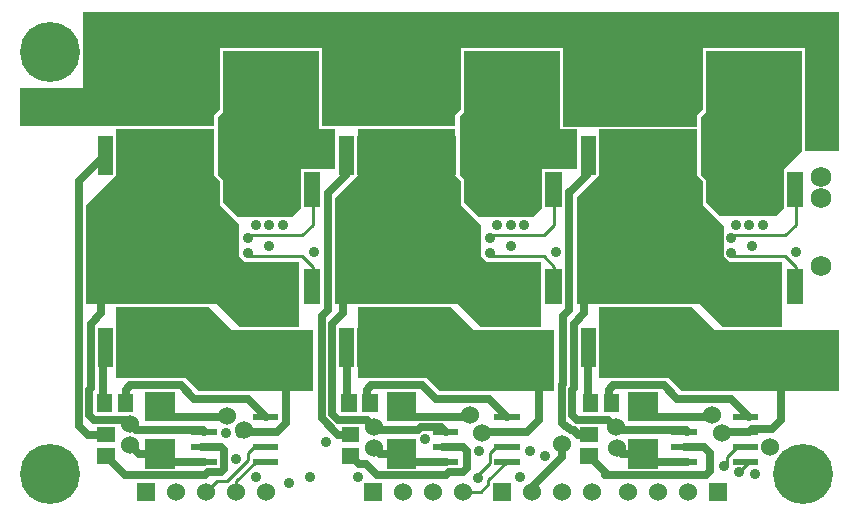
<source format=gbr>
G04 start of page 2 for group 0 idx 0 *
G04 Title: power, top *
G04 Creator: pcb 20140316 *
G04 CreationDate: Tue 06 Jun 2017 06:55:07 AM GMT UTC *
G04 For: brian *
G04 Format: Gerber/RS-274X *
G04 PCB-Dimensions (mil): 6000.00 5000.00 *
G04 PCB-Coordinate-Origin: lower left *
%MOIN*%
%FSLAX25Y25*%
%LNTOP*%
%ADD36C,0.0485*%
%ADD35C,0.1770*%
%ADD34C,0.0380*%
%ADD33C,0.0118*%
%ADD32C,0.0200*%
%ADD31C,0.0350*%
%ADD30C,0.0360*%
%ADD29R,0.1342X0.1342*%
%ADD28R,0.0751X0.0751*%
%ADD27R,0.2700X0.2700*%
%ADD26C,0.0394*%
%ADD25R,0.1657X0.1657*%
%ADD24R,0.1160X0.1160*%
%ADD23R,0.0550X0.0550*%
%ADD22R,0.0276X0.0276*%
%ADD21R,0.0100X0.0100*%
%ADD20R,0.0515X0.0515*%
%ADD19R,0.0512X0.0512*%
%ADD18R,0.0200X0.0200*%
%ADD17C,0.0685*%
%ADD16C,0.2000*%
%ADD15C,0.0600*%
%ADD14C,0.0318*%
%ADD13C,0.0100*%
%ADD12C,0.0250*%
%ADD11C,0.0001*%
G54D11*G36*
X193500Y382000D02*Y397500D01*
X226000D01*
Y382000D01*
X228000Y380000D01*
Y372000D01*
X234500Y365500D01*
Y355000D01*
X236500Y353000D01*
X254500D01*
Y331500D01*
X234500D01*
X227000Y339000D01*
X186000D01*
Y374500D01*
X193500Y382000D01*
G37*
G36*
Y338000D02*X224500D01*
X232000Y330500D01*
X259000D01*
Y310000D01*
X221000D01*
X216500Y314500D01*
X193500D01*
Y338000D01*
G37*
G36*
X113000D02*X144000D01*
X151500Y330500D01*
X178500D01*
Y310000D01*
X140500D01*
X136000Y314500D01*
X113000D01*
Y338000D01*
G37*
G36*
Y382000D02*Y397500D01*
X145500D01*
Y382000D01*
X147500Y380000D01*
Y372000D01*
X154000Y365500D01*
Y355000D01*
X156000Y353000D01*
X174000D01*
Y331500D01*
X154000D01*
X146500Y339000D01*
X103000D01*
Y372000D01*
X113000Y382000D01*
G37*
G36*
X274000D02*Y397500D01*
X306500D01*
Y382000D01*
X308500Y380000D01*
Y372000D01*
X315500Y365000D01*
Y355000D01*
X317500Y353000D01*
X335000D01*
Y331500D01*
X315000D01*
X307500Y339000D01*
X266500D01*
Y374500D01*
X274000Y382000D01*
G37*
G36*
Y338000D02*X305000D01*
X312500Y330500D01*
X354000D01*
Y310000D01*
X301500D01*
X297000Y314500D01*
X274000D01*
Y338000D01*
G37*
G36*
X309500Y403000D02*Y423500D01*
X341500D01*
Y390000D01*
X335500Y384000D01*
Y371000D01*
X333000Y368500D01*
X314000D01*
X309500Y373000D01*
Y380500D01*
X308000Y382000D01*
Y401500D01*
X309500Y403000D01*
G37*
G36*
X148500D02*Y423500D01*
X180500D01*
Y397500D01*
X186000D01*
Y384000D01*
X174500D01*
Y371000D01*
X171500Y368000D01*
X153500D01*
X148500Y373000D01*
Y380500D01*
X147000Y382000D01*
Y401500D01*
X148500Y403000D01*
G37*
G36*
X102000Y411000D02*Y436500D01*
X354000D01*
Y390000D01*
X342500D01*
Y424500D01*
X308500D01*
Y404000D01*
X306500Y402000D01*
Y398000D01*
X262000D01*
Y424500D01*
X228000D01*
Y404000D01*
X226000Y402000D01*
Y398500D01*
X181500D01*
Y424500D01*
X147500D01*
Y404000D01*
X145500Y402000D01*
Y398500D01*
X81000D01*
Y411000D01*
X102000D01*
G37*
G36*
X229000Y403000D02*Y423500D01*
X261000D01*
Y397500D01*
X266500D01*
Y384000D01*
X255000D01*
Y371000D01*
X252000Y368000D01*
X234000D01*
X229000Y373000D01*
Y380500D01*
X227500Y382000D01*
Y401500D01*
X229000Y403000D01*
G37*
G54D12*X185000Y332500D02*X188500Y336000D01*
X183500Y337000D02*X181500Y335000D01*
X188500Y336000D02*Y342681D01*
X183500Y376000D02*Y337000D01*
Y376000D02*X189500Y382000D01*
Y389500D01*
X188500Y342681D02*X192827Y347008D01*
X196543Y306000D02*Y310543D01*
X198000Y312000D01*
X189752Y306705D02*X190457Y306000D01*
X198000Y312000D02*X215000D01*
X189752Y324646D02*Y306705D01*
X187000Y300500D02*X185000Y302500D01*
Y332500D02*Y302500D01*
X181500Y335000D02*Y301000D01*
X187000Y295500D01*
X196500Y300500D02*X187000D01*
Y295500D02*X190000D01*
X200850Y289150D02*X208150D01*
X196500Y300500D02*X200000Y297000D01*
X213500D01*
X214500Y298000D01*
X265000Y302000D02*Y310500D01*
X264000Y376500D02*Y337000D01*
X265500Y332500D02*X269000Y336000D01*
X264000Y337000D02*X262000Y335000D01*
X269000Y336000D02*Y342681D01*
X273327Y347008D01*
X264000Y376000D02*X270000Y382000D01*
Y389500D01*
G54D13*X238500Y362000D02*X255500D01*
X238500Y355000D02*X255500D01*
X237500Y361000D02*X238500Y362000D01*
X237500Y356000D02*X238500Y355000D01*
X255500Y362000D02*X259000Y365500D01*
X255500Y355000D02*X259000Y351500D01*
Y344500D01*
Y365500D02*Y377500D01*
G54D12*X278500Y312000D02*X295500D01*
X280500Y297000D02*X302750D01*
X303250Y286500D02*X291300D01*
X275957Y282000D02*X309500D01*
X291300Y286500D02*X288650Y289150D01*
G54D13*X319000Y362000D02*X336000D01*
X339500Y365500D01*
Y377500D01*
X319000Y355000D02*X336000D01*
X318000Y356000D02*X319000Y355000D01*
X336000D02*X339500Y351500D01*
Y344500D01*
X318000Y361000D02*X319000Y362000D01*
G54D12*X265500Y311000D02*Y332500D01*
X262000Y335000D02*Y313000D01*
Y312500D02*X261500Y312000D01*
X270252Y324646D02*Y306705D01*
X270957Y306000D01*
X261500Y299500D02*X262500Y298500D01*
X263000D01*
X264500Y297000D01*
X265500D01*
X261500Y288000D02*Y292500D01*
X265500Y297000D02*X266957Y295543D01*
X270500D01*
X295500Y312000D02*X300000Y307500D01*
X317750D01*
X323750Y301500D01*
X300000Y307500D02*X311000D01*
Y301500D02*X311500Y302000D01*
X334500Y300500D02*Y314000D01*
X323750Y296500D02*X316000D01*
X315500Y296000D01*
X288500Y304850D02*X291850Y301500D01*
X311000D01*
X302750Y297000D02*X303250Y296500D01*
G54D13*X323750Y291500D02*X320000D01*
G54D12*X309500Y282000D02*X311000Y283500D01*
Y289500D01*
X309000Y291500D01*
X302500D01*
G54D13*X320000D02*X316500Y288000D01*
Y285000D01*
X323500Y286500D02*Y286000D01*
X320500Y283000D01*
G54D12*X324000Y296500D02*X325000Y297500D01*
X331500D01*
X334500Y300500D01*
X277043Y306000D02*Y310543D01*
X278500Y312000D01*
X280500Y297000D02*X277000Y300500D01*
X266500D01*
X261500Y312000D02*Y299500D01*
X276957Y282000D02*X270500Y288457D01*
X278500Y292000D02*X281350Y289150D01*
X288650D01*
X266500Y300500D02*X265000Y302000D01*
Y310500D02*X265500Y311000D01*
X199000Y291000D02*X200850Y289150D01*
X222750Y286500D02*X210800D01*
X222957Y282000D02*X223957Y283000D01*
X210800Y286500D02*X208150Y289150D01*
X222957Y282000D02*X200000D01*
X196250Y285750D01*
X193707D01*
X191000Y288457D01*
X215000Y312000D02*X219500Y307500D01*
X230500D01*
X208000Y304850D02*X211350Y301500D01*
X230500D01*
X219500Y307500D02*X237250D01*
X243250Y301500D01*
X243500Y296500D02*X250000D01*
X254000Y300500D01*
Y314000D01*
X214500Y298000D02*X221250D01*
X235500Y296500D02*X235000Y296000D01*
X230500Y301500D02*X231000Y302000D01*
X243250Y296500D02*X235500D01*
X222750D02*X222250Y297000D01*
X221250Y298000D02*X222750Y296500D01*
X229957Y290000D02*X228457Y291500D01*
X221957D01*
X223957Y283000D02*X228457D01*
X229957Y284500D01*
Y290000D01*
G54D13*X228500Y276500D02*X234500D01*
X237000Y279000D01*
Y280250D01*
X234000Y281000D02*Y282500D01*
X237500Y286000D01*
Y289500D01*
X239500Y291500D01*
X243000D01*
X237000Y280250D02*X243250Y286500D01*
G54D12*X251500Y276500D02*Y278000D01*
X261500Y288000D01*
X109252Y388646D02*X100500Y380000D01*
X109252Y324646D02*X108500Y323894D01*
Y306000D01*
X116043D02*Y310543D01*
X117500Y312000D01*
X108000Y342681D02*X112327Y347008D01*
X104500Y332500D02*X108000Y336000D01*
X100500Y380000D02*Y298500D01*
X108000Y336000D02*Y342681D01*
X105500Y300500D02*X104000Y302000D01*
Y310500D01*
X104500Y311000D01*
Y332500D01*
X100500Y298500D02*X103500Y295500D01*
G54D13*X158000Y362000D02*X175000D01*
X178500Y365500D01*
Y377500D01*
X157000Y361000D02*X158000Y362000D01*
Y355000D02*X175000D01*
X178500Y351500D01*
Y344500D01*
X157000Y356000D02*X158000Y355000D01*
G54D12*X115957Y282000D02*X109500Y288457D01*
X117500Y292000D02*X120350Y289150D01*
X127650D01*
X119500Y297000D02*X116000Y300500D01*
X117500Y312000D02*X134500D01*
X127500Y304850D02*X130850Y301500D01*
X116000Y300500D02*X105500D01*
X103500Y295500D02*X109500D01*
X134500Y312000D02*X139000Y307500D01*
X150000D01*
X141750Y297000D02*X142250Y296500D01*
X130850Y301500D02*X150000D01*
X139000Y307500D02*X156750D01*
X150000Y301500D02*X150500Y302000D01*
X148000Y291500D02*X141500D01*
X119500Y297000D02*X141750D01*
X142250Y286500D02*X130300D01*
X115957Y282000D02*X142500D01*
X130300Y286500D02*X127650Y289150D01*
X142500Y282000D02*X143500Y283000D01*
X148000D01*
X149000Y284000D01*
Y290500D01*
G54D13*X150000Y280000D02*X146500D01*
X143000Y276500D01*
X153000Y280000D02*Y276500D01*
G54D12*X149000Y290500D02*X148000Y291500D01*
G54D13*X162750D02*X159000D01*
X157000Y289500D01*
Y287000D01*
G54D12*X156750Y307500D02*X162750Y301500D01*
X155000Y296500D02*X154500Y296000D01*
X154250Y295750D02*X155000Y296500D01*
X166500D01*
X169500Y299500D01*
Y313000D01*
X168500Y314000D01*
G54D13*X162750Y286500D02*X159500D01*
X153000Y280000D01*
X150000D02*X157000Y287000D01*
G54D14*X192827Y429905D03*
X197551D03*
X202276D03*
X192827Y425181D03*
Y420456D03*
Y415732D03*
X197551Y425181D03*
Y420456D03*
Y415732D03*
Y411008D03*
X202276D03*
X207000D03*
X211724D03*
X207000Y429905D03*
X211724D03*
X216449D03*
X221173D03*
X202276Y425181D03*
Y420456D03*
X207000D03*
X211724D03*
X216449D03*
X221173D03*
X207000Y425181D03*
X211724D03*
X216449D03*
X221173D03*
X202276Y415732D03*
X207000D03*
X211724D03*
X216449D03*
X221173D03*
Y411008D03*
X216449D03*
X192827D03*
Y365905D03*
Y347008D03*
G54D11*G36*
X195500Y279500D02*Y273500D01*
X201500D01*
Y279500D01*
X195500D01*
G37*
G54D15*X208500Y276500D03*
X218500D03*
X228500D03*
G54D14*X197551Y365905D03*
X202276D03*
X207000D03*
X211724D03*
X216449D03*
X221173D03*
X202276Y361181D03*
Y356456D03*
X207000D03*
X211724D03*
X216449D03*
X221173D03*
X207000Y361181D03*
X211724D03*
X216449D03*
X221173D03*
X192827D03*
Y356456D03*
Y351732D03*
X197551Y361181D03*
Y356456D03*
Y351732D03*
X202276D03*
X207000D03*
X211724D03*
X216449D03*
X221173D03*
X197551Y347008D03*
X202276D03*
X207000D03*
X211724D03*
X216449D03*
X221173D03*
X273327Y429905D03*
X278051D03*
X282776D03*
X273327Y425181D03*
Y420456D03*
Y415732D03*
X278051Y425181D03*
Y420456D03*
Y415732D03*
Y411008D03*
X282776D03*
X287500D03*
X292224D03*
X287500Y429905D03*
X292224D03*
X296949D03*
X301673D03*
X282776Y425181D03*
Y420456D03*
X287500D03*
X292224D03*
X296949D03*
X301673D03*
X287500Y425181D03*
X292224D03*
X296949D03*
X301673D03*
X282776Y415732D03*
X287500D03*
X292224D03*
X296949D03*
X301673D03*
Y411008D03*
X296949D03*
X273327D03*
Y365905D03*
Y347008D03*
X278051Y365905D03*
X282776D03*
X287500D03*
X292224D03*
X296949D03*
X301673D03*
X282776Y361181D03*
Y356456D03*
X287500D03*
X292224D03*
X296949D03*
X301673D03*
X287500Y361181D03*
X292224D03*
X296949D03*
X301673D03*
G54D15*X293500Y276500D03*
X283500D03*
G54D11*G36*
X238500Y279500D02*Y273500D01*
X244500D01*
Y279500D01*
X238500D01*
G37*
G54D15*X251500Y276500D03*
X261500D03*
X271500D03*
G54D14*X273327Y361181D03*
Y356456D03*
Y351732D03*
X278051Y361181D03*
Y356456D03*
Y351732D03*
X282776D03*
X287500D03*
X292224D03*
X296949D03*
X301673D03*
X278051Y347008D03*
X282776D03*
X287500D03*
X292224D03*
X296949D03*
X301673D03*
G54D11*G36*
X310500Y279500D02*Y273500D01*
X316500D01*
Y279500D01*
X310500D01*
G37*
G54D16*X342000Y282500D03*
G54D15*X303500Y276500D03*
G54D17*X348000Y351736D03*
Y381264D03*
Y403764D03*
Y374236D03*
G54D14*X112327Y429905D03*
X117051D03*
X121776D03*
X112327Y425181D03*
Y420456D03*
Y415732D03*
X117051Y425181D03*
Y420456D03*
Y415732D03*
Y411008D03*
X121776D03*
X126500D03*
X131224D03*
X126500Y429905D03*
X131224D03*
X135949D03*
X140673D03*
X121776Y425181D03*
Y420456D03*
X126500D03*
X131224D03*
X135949D03*
X140673D03*
X126500Y425181D03*
X131224D03*
X135949D03*
X140673D03*
X121776Y415732D03*
X126500D03*
X131224D03*
X135949D03*
X140673D03*
Y411008D03*
X135949D03*
X112327D03*
Y365905D03*
Y347008D03*
G54D16*X91000Y282500D03*
Y423000D03*
G54D11*G36*
X120000Y279500D02*Y273500D01*
X126000D01*
Y279500D01*
X120000D01*
G37*
G54D15*X133000Y276500D03*
X143000D03*
X153000D03*
X163000D03*
G54D14*X117051Y365905D03*
X121776D03*
X126500D03*
X131224D03*
X135949D03*
X140673D03*
X121776Y361181D03*
Y356456D03*
X126500D03*
X131224D03*
X135949D03*
X140673D03*
X126500Y361181D03*
X131224D03*
X135949D03*
X140673D03*
X112327D03*
Y356456D03*
Y351732D03*
X117051Y361181D03*
Y356456D03*
Y351732D03*
X121776D03*
X126500D03*
X131224D03*
X135949D03*
X140673D03*
X117051Y347008D03*
X121776D03*
X126500D03*
X131224D03*
X135949D03*
X140673D03*
G54D11*G36*
X283550Y294100D02*Y284200D01*
X293450D01*
Y294100D01*
X283550D01*
G37*
G54D18*X299000Y301500D02*X305500D01*
X299000Y296500D02*X305500D01*
X299000Y291500D02*X305500D01*
X299000Y286500D02*X305500D01*
G54D19*X278043Y306393D02*Y305607D01*
X270957Y306393D02*Y305607D01*
X270107Y288457D02*X270893D01*
X270107Y295543D02*X270893D01*
G54D11*G36*
X283550Y309800D02*Y299900D01*
X293450D01*
Y309800D01*
X283550D01*
G37*
G54D18*X319500Y286500D02*X326000D01*
X319500Y291500D02*X326000D01*
X319500Y296500D02*X326000D01*
X319500Y301500D02*X326000D01*
G54D19*X197543Y306393D02*Y305607D01*
G54D11*G36*
X203050Y309800D02*Y299900D01*
X212950D01*
Y309800D01*
X203050D01*
G37*
G54D18*X219500Y296500D02*X226000D01*
X219500Y291500D02*X226000D01*
X219500Y286500D02*X226000D01*
G54D11*G36*
X203050Y294100D02*Y284200D01*
X212950D01*
Y294100D01*
X203050D01*
G37*
G54D19*X190607Y288457D02*X191393D01*
X190607Y295543D02*X191393D01*
G54D18*X240000Y286500D02*X246500D01*
X240000Y291500D02*X246500D01*
X240000Y296500D02*X246500D01*
X240000Y301500D02*X246500D01*
G54D19*X109107Y288457D02*X109893D01*
X109107Y295543D02*X109893D01*
X116043Y306393D02*Y305607D01*
X108957Y306393D02*Y305607D01*
G54D18*X159500Y286500D02*X166000D01*
X159500Y291500D02*X166000D01*
X159500Y296500D02*X166000D01*
X139000D02*X145500D01*
G54D11*G36*
X122550Y294100D02*Y284200D01*
X132450D01*
Y294100D01*
X122550D01*
G37*
G36*
Y309800D02*Y299900D01*
X132450D01*
Y309800D01*
X122550D01*
G37*
G54D19*X190457Y306393D02*Y305607D01*
G54D18*X219500Y301500D02*X226000D01*
X159500D02*X166000D01*
X139000D02*X145500D01*
X139000Y291500D02*X145500D01*
X139000Y286500D02*X145500D01*
G54D20*X270252Y328583D02*Y320709D01*
G54D21*X270965Y328583D02*Y320709D01*
G54D22*Y328386D02*Y320906D01*
G54D20*X276402Y328583D02*Y320709D01*
G54D21*X275689Y328583D02*Y320709D01*
G54D22*Y328386D02*Y320906D01*
G54D20*X280413Y328583D02*Y320709D01*
G54D22*Y328386D02*Y320906D01*
G54D20*X285138Y328583D02*Y320709D01*
G54D22*Y328386D02*Y320906D01*
G54D20*X289862Y328583D02*Y320709D01*
G54D22*Y328386D02*Y320906D01*
G54D20*X299311Y328583D02*Y320709D01*
G54D22*Y328386D02*Y320906D01*
G54D20*X304035Y328583D02*Y320709D01*
G54D22*Y328386D02*Y320906D01*
G54D20*X294587Y328583D02*Y320709D01*
G54D22*Y328386D02*Y320906D01*
G54D20*X276402Y328583D02*X304035D01*
G54D23*X258750Y347850D02*Y341750D01*
G54D24*X236300Y344800D02*X248700D01*
G54D25*X195189Y411283D02*X218811D01*
G54D26*X204638Y408646D03*
Y413370D03*
X190465Y408646D03*
X195189D03*
X199913D03*
X190465Y413370D03*
X195189D03*
X199913D03*
X195189Y418094D03*
G54D20*X189752Y392583D02*Y384709D01*
G54D21*X190465Y392583D02*Y384709D01*
G54D22*Y392386D02*Y384906D01*
G54D20*X195902Y392583D02*Y384709D01*
G54D21*X195189Y392583D02*Y384709D01*
G54D22*Y392386D02*Y384906D01*
G54D20*X199913Y392583D02*Y384709D01*
G54D22*Y392386D02*Y384906D01*
G54D20*X204638Y392583D02*Y384709D01*
G54D22*Y392386D02*Y384906D01*
G54D20*X209362Y392583D02*Y384709D01*
G54D22*Y392386D02*Y384906D01*
G54D23*X178250Y380250D02*Y374150D01*
G54D24*X155800Y377200D02*X168200D01*
G54D27*X164500Y408500D02*Y403500D01*
G54D26*X209362Y408646D03*
X214087D03*
X218811D03*
X223535D03*
X214087Y413370D03*
X218811D03*
X209362D03*
X223535D03*
X199913Y418094D03*
X204638D03*
G54D20*X218811Y392583D02*Y384709D01*
G54D22*Y392386D02*Y384906D01*
G54D20*X223535Y392583D02*Y384709D01*
G54D22*Y392386D02*Y384906D01*
G54D23*X258750Y380250D02*Y374150D01*
G54D24*X236300Y377200D02*X248700D01*
G54D22*X199913Y328386D02*Y320906D01*
G54D20*X204638Y328583D02*Y320709D01*
G54D22*Y328386D02*Y320906D01*
G54D20*X209362Y328583D02*Y320709D01*
G54D22*Y328386D02*Y320906D01*
G54D20*X214087Y328583D02*Y320709D01*
G54D22*Y328386D02*Y320906D01*
G54D20*Y392583D02*Y384709D01*
G54D22*Y392386D02*Y384906D01*
G54D20*X195902Y392583D02*X223535D01*
X195902Y328583D02*Y320709D01*
G54D21*X195189Y328583D02*Y320709D01*
G54D22*Y328386D02*Y320906D01*
G54D20*X199913Y328583D02*Y320709D01*
G54D26*X195189Y344646D03*
Y349370D03*
Y354094D03*
X199913Y344646D03*
Y349370D03*
Y354094D03*
X204638Y344646D03*
Y349370D03*
X209362D03*
X214087D03*
X218811D03*
X223535D03*
X209362Y344646D03*
X214087D03*
X218811D03*
X223535D03*
X204638Y354094D03*
X209362D03*
X214087D03*
X218811D03*
G54D20*Y328583D02*Y320709D01*
G54D22*Y328386D02*Y320906D01*
G54D20*X223535Y328583D02*Y320709D01*
G54D22*Y328386D02*Y320906D01*
G54D20*X195902Y328583D02*X223535D01*
X189752D02*Y320709D01*
G54D21*X190465Y328583D02*Y320709D01*
G54D22*Y328386D02*Y320906D01*
G54D26*Y344646D03*
G54D28*X189874Y368740D02*X224126D01*
G54D26*X204638Y363543D03*
Y368268D03*
X209362D03*
X223535D03*
G54D29*X195583Y360276D02*X218417D01*
G54D25*X195189Y347283D02*X218811D01*
G54D26*X190465Y349370D03*
X199913Y358819D03*
X204638D03*
X195189D03*
Y363543D03*
X199913D03*
X209362Y358819D03*
X214087D03*
X218811D03*
X209362Y363543D03*
X214087D03*
X190465Y368268D03*
X195189D03*
X199913D03*
X218811Y363543D03*
X214087Y368268D03*
X218811D03*
G54D23*X178250Y347850D02*Y341750D01*
G54D24*X155800Y344800D02*X168200D01*
G54D20*X109252Y392583D02*Y384709D01*
G54D21*X109965Y392583D02*Y384709D01*
G54D22*Y392386D02*Y384906D01*
G54D20*X115402Y392583D02*Y384709D01*
G54D21*X114689Y392583D02*Y384709D01*
G54D22*Y392386D02*Y384906D01*
G54D20*X128862Y392583D02*Y384709D01*
G54D22*Y392386D02*Y384906D01*
G54D28*X109374Y432740D02*X143626D01*
G54D26*X109965Y432268D03*
X114689D03*
X119413D03*
X124138D03*
G54D29*X115083Y424276D02*X137917D01*
G54D26*X124138Y422819D03*
X128862D03*
X124138Y427543D03*
X128862D03*
X114689Y422819D03*
X119413D03*
X114689Y427543D03*
X119413D03*
X128862Y432268D03*
X133587D03*
G54D25*X114689Y411283D02*X138311D01*
G54D26*X124138Y408646D03*
Y413370D03*
X128862Y418094D03*
X133587D03*
X138311D03*
X109965Y408646D03*
X114689D03*
X119413D03*
X109965Y413370D03*
X114689D03*
X119413D03*
X114689Y418094D03*
X128862Y408646D03*
X133587D03*
X138311D03*
X143035D03*
X133587Y413370D03*
X138311D03*
X128862D03*
X143035D03*
X119413Y418094D03*
X124138D03*
X133587Y422819D03*
X138311D03*
X133587Y427543D03*
X138311D03*
Y432268D03*
X143035D03*
G54D20*X119413Y392583D02*Y384709D01*
G54D22*Y392386D02*Y384906D01*
G54D20*X124138Y392583D02*Y384709D01*
G54D22*Y392386D02*Y384906D01*
G54D20*X115402Y392583D02*X143035D01*
X133587D02*Y384709D01*
G54D22*Y392386D02*Y384906D01*
G54D20*X138311Y392583D02*Y384709D01*
G54D22*Y392386D02*Y384906D01*
G54D20*X143035Y392583D02*Y384709D01*
G54D22*Y392386D02*Y384906D01*
G54D25*X114689Y347283D02*X138311D01*
G54D26*X124138Y344646D03*
Y349370D03*
X128862Y354094D03*
X133587D03*
X138311D03*
X109965Y344646D03*
X114689D03*
X119413D03*
X109965Y349370D03*
X114689D03*
X119413D03*
X114689Y354094D03*
G54D20*X109252Y328583D02*Y320709D01*
G54D21*X109965Y328583D02*Y320709D01*
G54D22*Y328386D02*Y320906D01*
G54D20*X115402Y328583D02*Y320709D01*
G54D21*X114689Y328583D02*Y320709D01*
G54D22*Y328386D02*Y320906D01*
G54D20*X119413Y328583D02*Y320709D01*
G54D22*Y328386D02*Y320906D01*
G54D20*X124138Y328583D02*Y320709D01*
G54D22*Y328386D02*Y320906D01*
G54D20*X128862Y328583D02*Y320709D01*
G54D22*Y328386D02*Y320906D01*
G54D20*X138311Y328583D02*Y320709D01*
G54D22*Y328386D02*Y320906D01*
G54D20*X143035Y328583D02*Y320709D01*
G54D22*Y328386D02*Y320906D01*
G54D20*X133587Y328583D02*Y320709D01*
G54D22*Y328386D02*Y320906D01*
G54D20*X115402Y328583D02*X143035D01*
G54D26*X128862Y344646D03*
X133587D03*
X138311D03*
X143035D03*
X133587Y349370D03*
X138311D03*
X128862D03*
X143035D03*
X119413Y354094D03*
X124138D03*
G54D28*X109374Y368740D02*X143626D01*
G54D26*X109965Y368268D03*
X114689D03*
X119413D03*
X124138D03*
G54D29*X115083Y360276D02*X137917D01*
G54D26*X124138Y358819D03*
X128862D03*
X124138Y363543D03*
X128862D03*
X114689Y358819D03*
X119413D03*
X114689Y363543D03*
X119413D03*
X128862Y368268D03*
X133587D03*
Y358819D03*
X138311D03*
X133587Y363543D03*
X138311D03*
Y368268D03*
X143035D03*
G54D28*X270374Y432740D02*X304626D01*
G54D26*X270965Y432268D03*
X275689D03*
X280413D03*
X285138D03*
G54D29*X276083Y424276D02*X298917D01*
G54D26*X285138Y422819D03*
X289862D03*
X285138Y427543D03*
X289862D03*
X275689Y422819D03*
X280413D03*
X275689Y427543D03*
X280413D03*
X289862Y432268D03*
X294587D03*
G54D25*X275689Y411283D02*X299311D01*
G54D26*X285138Y408646D03*
Y413370D03*
X289862Y418094D03*
X294587D03*
X299311D03*
X270965Y408646D03*
X275689D03*
X280413D03*
X270965Y413370D03*
X275689D03*
X280413D03*
X275689Y418094D03*
G54D27*X245000Y408500D02*Y403500D01*
G54D26*X289862Y408646D03*
X294587D03*
X299311D03*
X304035D03*
X294587Y413370D03*
X299311D03*
X289862D03*
X304035D03*
X280413Y418094D03*
X285138D03*
X294587Y422819D03*
X299311D03*
X294587Y427543D03*
X299311D03*
Y432268D03*
X304035D03*
G54D27*X325500Y408500D02*Y403500D01*
G54D28*X189874Y432740D02*X224126D01*
G54D26*X190465Y432268D03*
X195189D03*
X199913D03*
X204638D03*
X195189Y427543D03*
X199913D03*
X209362Y432268D03*
X214087D03*
X218811D03*
X223535D03*
G54D29*X195583Y424276D02*X218417D01*
G54D26*X209362Y422819D03*
X204638Y427543D03*
X209362D03*
X214087D03*
X218811D03*
Y418094D03*
X195189Y422819D03*
X199913D03*
X204638D03*
X209362Y418094D03*
X214087D03*
Y422819D03*
X218811D03*
G54D20*X270252Y392583D02*Y384709D01*
G54D21*X270965Y392583D02*Y384709D01*
G54D22*Y392386D02*Y384906D01*
G54D20*X276402Y392583D02*Y384709D01*
G54D21*X275689Y392583D02*Y384709D01*
G54D22*Y392386D02*Y384906D01*
G54D20*X280413Y392583D02*Y384709D01*
G54D22*Y392386D02*Y384906D01*
G54D20*X285138Y392583D02*Y384709D01*
G54D22*Y392386D02*Y384906D01*
G54D20*X289862Y392583D02*Y384709D01*
G54D22*Y392386D02*Y384906D01*
G54D20*X294587Y392583D02*Y384709D01*
G54D22*Y392386D02*Y384906D01*
G54D20*X276402Y392583D02*X304035D01*
X299311D02*Y384709D01*
G54D22*Y392386D02*Y384906D01*
G54D20*X304035Y392583D02*Y384709D01*
G54D22*Y392386D02*Y384906D01*
G54D23*X339250Y380250D02*Y374150D01*
G54D24*X316800Y377200D02*X329200D01*
G54D28*X270374Y368740D02*X304626D01*
G54D26*X270965Y368268D03*
X275689D03*
X280413D03*
X285138D03*
G54D29*X276083Y360276D02*X298917D01*
G54D26*X285138Y358819D03*
X289862D03*
X285138Y363543D03*
X289862D03*
X275689Y358819D03*
X280413D03*
X275689Y363543D03*
X280413D03*
X289862Y368268D03*
X294587D03*
G54D25*X275689Y347283D02*X299311D01*
G54D26*X285138Y344646D03*
Y349370D03*
X289862Y354094D03*
X294587D03*
X299311D03*
X270965Y344646D03*
X275689D03*
X280413D03*
X270965Y349370D03*
X275689D03*
X280413D03*
X275689Y354094D03*
G54D23*X339250Y347850D02*Y341750D01*
G54D24*X316800Y344800D02*X329200D01*
G54D26*X289862Y344646D03*
X294587D03*
X299311D03*
X304035D03*
X294587Y349370D03*
X299311D03*
X289862D03*
X304035D03*
X280413Y354094D03*
X285138D03*
X294587Y358819D03*
X299311D03*
X294587Y363543D03*
X299311D03*
Y368268D03*
X304035D03*
G54D15*X199000Y291000D03*
G54D30*X183000Y293000D03*
X170500Y279500D03*
X177500Y281500D03*
X193500D03*
G54D15*X199000Y298000D03*
G54D30*X221500Y312500D03*
G54D15*X231000Y302000D03*
X235000Y296000D03*
G54D30*X216000Y294000D03*
X233500Y281000D03*
X247500Y281500D03*
X251000Y290000D03*
X256000Y288500D03*
G54D15*X261500Y292500D03*
G54D30*X234000Y290000D03*
X199000Y332500D03*
X197000Y336000D03*
X201000D03*
X215000Y332500D03*
X223000D03*
X228500Y329000D03*
Y325000D03*
Y321000D03*
X227500Y317000D03*
X246500D03*
X251500D03*
X256500D03*
X254000Y314000D03*
X249000D03*
X207000Y332500D03*
X205000Y336000D03*
X209000D03*
X213000D03*
X217000D03*
X221000D03*
X249000Y320000D03*
X254000D03*
X251500Y323000D03*
X219500Y316500D03*
X211500D03*
X203500D03*
X195500D03*
X166000Y317000D03*
X171000D03*
Y323000D03*
X176000Y317000D03*
X173500Y314000D03*
Y320000D03*
X168500Y314000D03*
Y320000D03*
X196000Y379000D03*
X199500Y375500D03*
X192500D03*
X203000Y379000D03*
X210000D03*
X217000D03*
X224000D03*
X206500Y375500D03*
X213500D03*
X220500D03*
X179000Y356441D03*
X240000Y365500D03*
X244500D03*
X249000D03*
X259500Y356500D03*
X244500Y358500D03*
X237500Y356000D03*
Y361000D03*
G54D15*X279500Y298000D03*
G54D30*X292000Y316500D03*
X284000D03*
X276000D03*
X293500Y336000D03*
G54D15*X280000Y291000D03*
G54D30*X295500Y332500D03*
X303500D03*
X309000Y329000D03*
Y325000D03*
Y321000D03*
X300000Y316500D03*
X302000Y312500D03*
X297500Y336000D03*
X301500D03*
X279500Y332500D03*
X287500D03*
X277500Y336000D03*
X281500D03*
X285500D03*
X289500D03*
X308000Y317000D03*
G54D15*X311500Y302000D03*
X315000Y296000D03*
G54D30*X315500Y285000D03*
X320500Y283000D03*
X344500Y312000D03*
X342000Y315000D03*
X339500Y312000D03*
X347000Y315000D03*
X327000D03*
X337000D03*
X332000D03*
X334500Y312000D03*
X329500D03*
Y318000D03*
G54D15*X331000Y291500D03*
G54D30*X326000Y282500D03*
X334500Y318000D03*
X339500D03*
X344500D03*
X276500Y379000D03*
X280000Y375500D03*
X283500Y379000D03*
X273000Y375500D03*
X287000D03*
X290500Y379000D03*
X294000Y375500D03*
X297500Y379000D03*
X301000Y375500D03*
X304500Y379000D03*
X325000Y358500D03*
X319500Y365500D03*
X324000D03*
X328500D03*
X318000Y361000D03*
Y356000D03*
X339500Y356500D03*
X310500Y434500D03*
Y430500D03*
Y426500D03*
X314500Y434500D03*
Y430500D03*
Y426500D03*
X351500Y433500D03*
Y426000D03*
Y418500D03*
Y411500D03*
X147000Y317000D03*
G54D15*X117500Y292000D03*
Y299000D03*
G54D30*X139000Y316500D03*
X131000D03*
X123000D03*
X115000D03*
X141000Y312500D03*
G54D15*X150000Y301882D03*
X155500Y297000D03*
G54D30*X153000Y287500D03*
X159500Y281500D03*
X149500Y296000D03*
X118500Y332500D03*
X116500Y336000D03*
X120500D03*
X124500D03*
X148000Y329000D03*
Y325000D03*
Y321000D03*
X126500Y332500D03*
X134500D03*
X142500D03*
X128500Y336000D03*
X132500D03*
X136500D03*
X140500D03*
X115500Y379000D03*
X119000Y375500D03*
X122500Y379000D03*
X112000Y375500D03*
X126000D03*
X129500Y379000D03*
X133000Y375500D03*
X136500Y379000D03*
X143500D03*
X140000Y375500D03*
X159500Y365500D03*
X164000D03*
X168500D03*
X164000Y358500D03*
X157000Y361000D03*
Y356000D03*
G54D31*G54D32*G54D31*G54D32*G54D31*G54D32*G54D31*G54D32*G54D31*G54D32*G54D31*G54D32*G54D31*G54D32*G54D31*G54D32*G54D31*G54D32*G54D31*G54D32*G54D33*G54D34*G54D33*G54D34*G54D33*G54D34*G54D35*G54D34*G54D36*G54D33*G54D35*G54D34*G54D33*M02*

</source>
